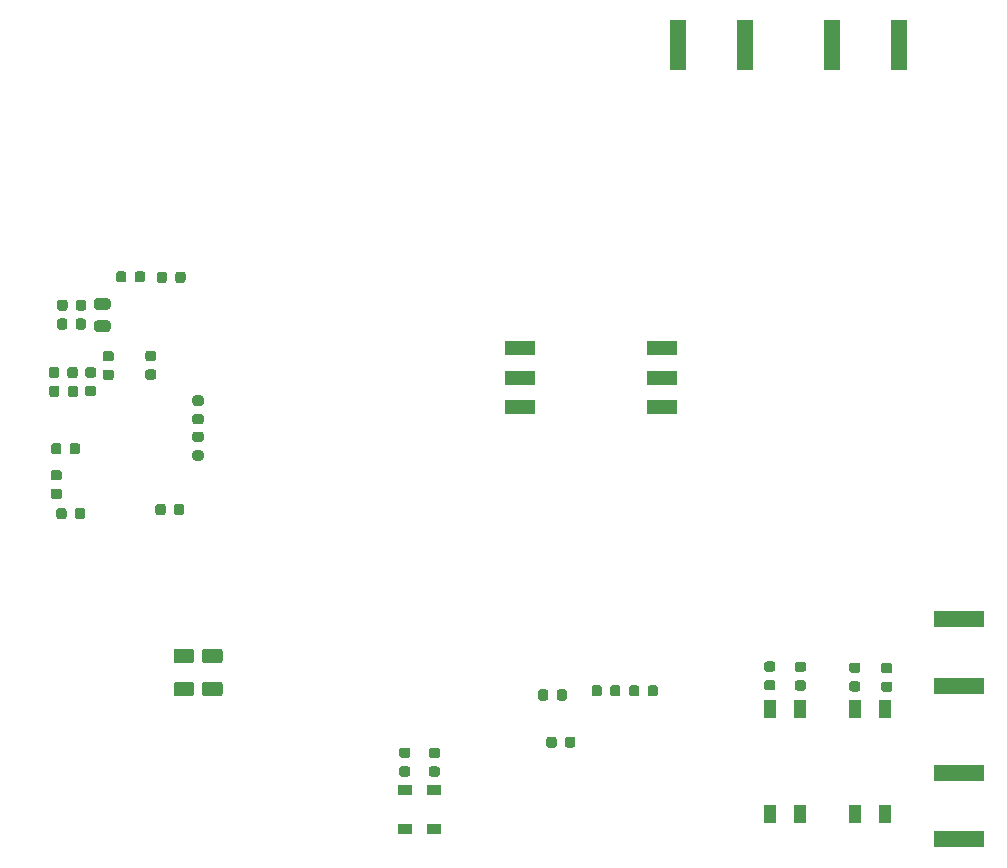
<source format=gbr>
%TF.GenerationSoftware,KiCad,Pcbnew,(5.1.6)-1*%
%TF.CreationDate,2021-04-01T20:33:04-06:00*%
%TF.ProjectId,radar_flight,72616461-725f-4666-9c69-6768742e6b69,rev?*%
%TF.SameCoordinates,Original*%
%TF.FileFunction,Paste,Bot*%
%TF.FilePolarity,Positive*%
%FSLAX46Y46*%
G04 Gerber Fmt 4.6, Leading zero omitted, Abs format (unit mm)*
G04 Created by KiCad (PCBNEW (5.1.6)-1) date 2021-04-01 20:33:04*
%MOMM*%
%LPD*%
G01*
G04 APERTURE LIST*
%ADD10R,1.200000X0.900000*%
%ADD11R,2.500000X1.250000*%
%ADD12R,1.100000X1.500000*%
%ADD13R,1.350000X4.200000*%
%ADD14R,4.200000X1.350000*%
G04 APERTURE END LIST*
%TO.C,C53*%
G36*
G01*
X121562500Y-154506250D02*
X121562500Y-153993750D01*
G75*
G02*
X121781250Y-153775000I218750J0D01*
G01*
X122218750Y-153775000D01*
G75*
G02*
X122437500Y-153993750I0J-218750D01*
G01*
X122437500Y-154506250D01*
G75*
G02*
X122218750Y-154725000I-218750J0D01*
G01*
X121781250Y-154725000D01*
G75*
G02*
X121562500Y-154506250I0J218750D01*
G01*
G37*
G36*
G01*
X119987500Y-154506250D02*
X119987500Y-153993750D01*
G75*
G02*
X120206250Y-153775000I218750J0D01*
G01*
X120643750Y-153775000D01*
G75*
G02*
X120862500Y-153993750I0J-218750D01*
G01*
X120862500Y-154506250D01*
G75*
G02*
X120643750Y-154725000I-218750J0D01*
G01*
X120206250Y-154725000D01*
G75*
G02*
X119987500Y-154506250I0J218750D01*
G01*
G37*
%TD*%
%TO.C,C49*%
G36*
G01*
X117687500Y-153993750D02*
X117687500Y-154506250D01*
G75*
G02*
X117468750Y-154725000I-218750J0D01*
G01*
X117031250Y-154725000D01*
G75*
G02*
X116812500Y-154506250I0J218750D01*
G01*
X116812500Y-153993750D01*
G75*
G02*
X117031250Y-153775000I218750J0D01*
G01*
X117468750Y-153775000D01*
G75*
G02*
X117687500Y-153993750I0J-218750D01*
G01*
G37*
G36*
G01*
X119262500Y-153993750D02*
X119262500Y-154506250D01*
G75*
G02*
X119043750Y-154725000I-218750J0D01*
G01*
X118606250Y-154725000D01*
G75*
G02*
X118387500Y-154506250I0J218750D01*
G01*
X118387500Y-153993750D01*
G75*
G02*
X118606250Y-153775000I218750J0D01*
G01*
X119043750Y-153775000D01*
G75*
G02*
X119262500Y-153993750I0J-218750D01*
G01*
G37*
%TD*%
D10*
%TO.C,D5*%
X101000000Y-162650000D03*
X101000000Y-165950000D03*
%TD*%
%TO.C,D4*%
X103500000Y-162650000D03*
X103500000Y-165950000D03*
%TD*%
D11*
%TO.C,SW9*%
X122750000Y-125250000D03*
X122750000Y-127750000D03*
X122750000Y-130250000D03*
%TD*%
%TO.C,SW6*%
X110750000Y-125250000D03*
X110750000Y-127750000D03*
X110750000Y-130250000D03*
%TD*%
D12*
%TO.C,SW5*%
X141670000Y-155750000D03*
X139130000Y-164650000D03*
X139130000Y-155750000D03*
X141670000Y-164650000D03*
%TD*%
%TO.C,SW3*%
X134470000Y-155750000D03*
X131930000Y-164650000D03*
X131930000Y-155750000D03*
X134470000Y-164650000D03*
%TD*%
%TO.C,R22*%
G36*
G01*
X101256250Y-159937500D02*
X100743750Y-159937500D01*
G75*
G02*
X100525000Y-159718750I0J218750D01*
G01*
X100525000Y-159281250D01*
G75*
G02*
X100743750Y-159062500I218750J0D01*
G01*
X101256250Y-159062500D01*
G75*
G02*
X101475000Y-159281250I0J-218750D01*
G01*
X101475000Y-159718750D01*
G75*
G02*
X101256250Y-159937500I-218750J0D01*
G01*
G37*
G36*
G01*
X101256250Y-161512500D02*
X100743750Y-161512500D01*
G75*
G02*
X100525000Y-161293750I0J218750D01*
G01*
X100525000Y-160856250D01*
G75*
G02*
X100743750Y-160637500I218750J0D01*
G01*
X101256250Y-160637500D01*
G75*
G02*
X101475000Y-160856250I0J-218750D01*
G01*
X101475000Y-161293750D01*
G75*
G02*
X101256250Y-161512500I-218750J0D01*
G01*
G37*
%TD*%
%TO.C,R21*%
G36*
G01*
X103756250Y-159950000D02*
X103243750Y-159950000D01*
G75*
G02*
X103025000Y-159731250I0J218750D01*
G01*
X103025000Y-159293750D01*
G75*
G02*
X103243750Y-159075000I218750J0D01*
G01*
X103756250Y-159075000D01*
G75*
G02*
X103975000Y-159293750I0J-218750D01*
G01*
X103975000Y-159731250D01*
G75*
G02*
X103756250Y-159950000I-218750J0D01*
G01*
G37*
G36*
G01*
X103756250Y-161525000D02*
X103243750Y-161525000D01*
G75*
G02*
X103025000Y-161306250I0J218750D01*
G01*
X103025000Y-160868750D01*
G75*
G02*
X103243750Y-160650000I218750J0D01*
G01*
X103756250Y-160650000D01*
G75*
G02*
X103975000Y-160868750I0J-218750D01*
G01*
X103975000Y-161306250D01*
G75*
G02*
X103756250Y-161525000I-218750J0D01*
G01*
G37*
%TD*%
%TO.C,R15*%
G36*
G01*
X138843750Y-153437500D02*
X139356250Y-153437500D01*
G75*
G02*
X139575000Y-153656250I0J-218750D01*
G01*
X139575000Y-154093750D01*
G75*
G02*
X139356250Y-154312500I-218750J0D01*
G01*
X138843750Y-154312500D01*
G75*
G02*
X138625000Y-154093750I0J218750D01*
G01*
X138625000Y-153656250D01*
G75*
G02*
X138843750Y-153437500I218750J0D01*
G01*
G37*
G36*
G01*
X138843750Y-151862500D02*
X139356250Y-151862500D01*
G75*
G02*
X139575000Y-152081250I0J-218750D01*
G01*
X139575000Y-152518750D01*
G75*
G02*
X139356250Y-152737500I-218750J0D01*
G01*
X138843750Y-152737500D01*
G75*
G02*
X138625000Y-152518750I0J218750D01*
G01*
X138625000Y-152081250D01*
G75*
G02*
X138843750Y-151862500I218750J0D01*
G01*
G37*
%TD*%
%TO.C,R14*%
G36*
G01*
X141543750Y-153462500D02*
X142056250Y-153462500D01*
G75*
G02*
X142275000Y-153681250I0J-218750D01*
G01*
X142275000Y-154118750D01*
G75*
G02*
X142056250Y-154337500I-218750J0D01*
G01*
X141543750Y-154337500D01*
G75*
G02*
X141325000Y-154118750I0J218750D01*
G01*
X141325000Y-153681250D01*
G75*
G02*
X141543750Y-153462500I218750J0D01*
G01*
G37*
G36*
G01*
X141543750Y-151887500D02*
X142056250Y-151887500D01*
G75*
G02*
X142275000Y-152106250I0J-218750D01*
G01*
X142275000Y-152543750D01*
G75*
G02*
X142056250Y-152762500I-218750J0D01*
G01*
X141543750Y-152762500D01*
G75*
G02*
X141325000Y-152543750I0J218750D01*
G01*
X141325000Y-152106250D01*
G75*
G02*
X141543750Y-151887500I218750J0D01*
G01*
G37*
%TD*%
%TO.C,R12*%
G36*
G01*
X131643750Y-153337500D02*
X132156250Y-153337500D01*
G75*
G02*
X132375000Y-153556250I0J-218750D01*
G01*
X132375000Y-153993750D01*
G75*
G02*
X132156250Y-154212500I-218750J0D01*
G01*
X131643750Y-154212500D01*
G75*
G02*
X131425000Y-153993750I0J218750D01*
G01*
X131425000Y-153556250D01*
G75*
G02*
X131643750Y-153337500I218750J0D01*
G01*
G37*
G36*
G01*
X131643750Y-151762500D02*
X132156250Y-151762500D01*
G75*
G02*
X132375000Y-151981250I0J-218750D01*
G01*
X132375000Y-152418750D01*
G75*
G02*
X132156250Y-152637500I-218750J0D01*
G01*
X131643750Y-152637500D01*
G75*
G02*
X131425000Y-152418750I0J218750D01*
G01*
X131425000Y-151981250D01*
G75*
G02*
X131643750Y-151762500I218750J0D01*
G01*
G37*
%TD*%
%TO.C,R11*%
G36*
G01*
X134243750Y-153350000D02*
X134756250Y-153350000D01*
G75*
G02*
X134975000Y-153568750I0J-218750D01*
G01*
X134975000Y-154006250D01*
G75*
G02*
X134756250Y-154225000I-218750J0D01*
G01*
X134243750Y-154225000D01*
G75*
G02*
X134025000Y-154006250I0J218750D01*
G01*
X134025000Y-153568750D01*
G75*
G02*
X134243750Y-153350000I218750J0D01*
G01*
G37*
G36*
G01*
X134243750Y-151775000D02*
X134756250Y-151775000D01*
G75*
G02*
X134975000Y-151993750I0J-218750D01*
G01*
X134975000Y-152431250D01*
G75*
G02*
X134756250Y-152650000I-218750J0D01*
G01*
X134243750Y-152650000D01*
G75*
G02*
X134025000Y-152431250I0J218750D01*
G01*
X134025000Y-151993750D01*
G75*
G02*
X134243750Y-151775000I218750J0D01*
G01*
G37*
%TD*%
%TO.C,R5*%
G36*
G01*
X78137500Y-119456250D02*
X78137500Y-118943750D01*
G75*
G02*
X78356250Y-118725000I218750J0D01*
G01*
X78793750Y-118725000D01*
G75*
G02*
X79012500Y-118943750I0J-218750D01*
G01*
X79012500Y-119456250D01*
G75*
G02*
X78793750Y-119675000I-218750J0D01*
G01*
X78356250Y-119675000D01*
G75*
G02*
X78137500Y-119456250I0J218750D01*
G01*
G37*
G36*
G01*
X76562500Y-119456250D02*
X76562500Y-118943750D01*
G75*
G02*
X76781250Y-118725000I218750J0D01*
G01*
X77218750Y-118725000D01*
G75*
G02*
X77437500Y-118943750I0J-218750D01*
G01*
X77437500Y-119456250D01*
G75*
G02*
X77218750Y-119675000I-218750J0D01*
G01*
X76781250Y-119675000D01*
G75*
G02*
X76562500Y-119456250I0J218750D01*
G01*
G37*
%TD*%
%TO.C,R4*%
G36*
G01*
X81562500Y-119506250D02*
X81562500Y-118993750D01*
G75*
G02*
X81781250Y-118775000I218750J0D01*
G01*
X82218750Y-118775000D01*
G75*
G02*
X82437500Y-118993750I0J-218750D01*
G01*
X82437500Y-119506250D01*
G75*
G02*
X82218750Y-119725000I-218750J0D01*
G01*
X81781250Y-119725000D01*
G75*
G02*
X81562500Y-119506250I0J218750D01*
G01*
G37*
G36*
G01*
X79987500Y-119506250D02*
X79987500Y-118993750D01*
G75*
G02*
X80206250Y-118775000I218750J0D01*
G01*
X80643750Y-118775000D01*
G75*
G02*
X80862500Y-118993750I0J-218750D01*
G01*
X80862500Y-119506250D01*
G75*
G02*
X80643750Y-119725000I-218750J0D01*
G01*
X80206250Y-119725000D01*
G75*
G02*
X79987500Y-119506250I0J218750D01*
G01*
G37*
%TD*%
%TO.C,R2*%
G36*
G01*
X79756250Y-126337500D02*
X79243750Y-126337500D01*
G75*
G02*
X79025000Y-126118750I0J218750D01*
G01*
X79025000Y-125681250D01*
G75*
G02*
X79243750Y-125462500I218750J0D01*
G01*
X79756250Y-125462500D01*
G75*
G02*
X79975000Y-125681250I0J-218750D01*
G01*
X79975000Y-126118750D01*
G75*
G02*
X79756250Y-126337500I-218750J0D01*
G01*
G37*
G36*
G01*
X79756250Y-127912500D02*
X79243750Y-127912500D01*
G75*
G02*
X79025000Y-127693750I0J218750D01*
G01*
X79025000Y-127256250D01*
G75*
G02*
X79243750Y-127037500I218750J0D01*
G01*
X79756250Y-127037500D01*
G75*
G02*
X79975000Y-127256250I0J-218750D01*
G01*
X79975000Y-127693750D01*
G75*
G02*
X79756250Y-127912500I-218750J0D01*
G01*
G37*
%TD*%
%TO.C,R1*%
G36*
G01*
X72462500Y-129156250D02*
X72462500Y-128643750D01*
G75*
G02*
X72681250Y-128425000I218750J0D01*
G01*
X73118750Y-128425000D01*
G75*
G02*
X73337500Y-128643750I0J-218750D01*
G01*
X73337500Y-129156250D01*
G75*
G02*
X73118750Y-129375000I-218750J0D01*
G01*
X72681250Y-129375000D01*
G75*
G02*
X72462500Y-129156250I0J218750D01*
G01*
G37*
G36*
G01*
X70887500Y-129156250D02*
X70887500Y-128643750D01*
G75*
G02*
X71106250Y-128425000I218750J0D01*
G01*
X71543750Y-128425000D01*
G75*
G02*
X71762500Y-128643750I0J-218750D01*
G01*
X71762500Y-129156250D01*
G75*
G02*
X71543750Y-129375000I-218750J0D01*
G01*
X71106250Y-129375000D01*
G75*
G02*
X70887500Y-129156250I0J218750D01*
G01*
G37*
%TD*%
D13*
%TO.C,J6*%
X137175000Y-99600000D03*
X142825000Y-99600000D03*
%TD*%
D14*
%TO.C,J5*%
X147900000Y-161175000D03*
X147900000Y-166825000D03*
%TD*%
D13*
%TO.C,J4*%
X124175000Y-99600000D03*
X129825000Y-99600000D03*
%TD*%
D14*
%TO.C,J3*%
X147900000Y-148175000D03*
X147900000Y-153825000D03*
%TD*%
%TO.C,FB2*%
G36*
G01*
X75856250Y-121987500D02*
X74943750Y-121987500D01*
G75*
G02*
X74700000Y-121743750I0J243750D01*
G01*
X74700000Y-121256250D01*
G75*
G02*
X74943750Y-121012500I243750J0D01*
G01*
X75856250Y-121012500D01*
G75*
G02*
X76100000Y-121256250I0J-243750D01*
G01*
X76100000Y-121743750D01*
G75*
G02*
X75856250Y-121987500I-243750J0D01*
G01*
G37*
G36*
G01*
X75856250Y-123862500D02*
X74943750Y-123862500D01*
G75*
G02*
X74700000Y-123618750I0J243750D01*
G01*
X74700000Y-123131250D01*
G75*
G02*
X74943750Y-122887500I243750J0D01*
G01*
X75856250Y-122887500D01*
G75*
G02*
X76100000Y-123131250I0J-243750D01*
G01*
X76100000Y-123618750D01*
G75*
G02*
X75856250Y-123862500I-243750J0D01*
G01*
G37*
%TD*%
%TO.C,C35*%
G36*
G01*
X113862500Y-158343750D02*
X113862500Y-158856250D01*
G75*
G02*
X113643750Y-159075000I-218750J0D01*
G01*
X113206250Y-159075000D01*
G75*
G02*
X112987500Y-158856250I0J218750D01*
G01*
X112987500Y-158343750D01*
G75*
G02*
X113206250Y-158125000I218750J0D01*
G01*
X113643750Y-158125000D01*
G75*
G02*
X113862500Y-158343750I0J-218750D01*
G01*
G37*
G36*
G01*
X115437500Y-158343750D02*
X115437500Y-158856250D01*
G75*
G02*
X115218750Y-159075000I-218750J0D01*
G01*
X114781250Y-159075000D01*
G75*
G02*
X114562500Y-158856250I0J218750D01*
G01*
X114562500Y-158343750D01*
G75*
G02*
X114781250Y-158125000I218750J0D01*
G01*
X115218750Y-158125000D01*
G75*
G02*
X115437500Y-158343750I0J-218750D01*
G01*
G37*
%TD*%
%TO.C,C29*%
G36*
G01*
X85325000Y-151925000D02*
X84075000Y-151925000D01*
G75*
G02*
X83825000Y-151675000I0J250000D01*
G01*
X83825000Y-150925000D01*
G75*
G02*
X84075000Y-150675000I250000J0D01*
G01*
X85325000Y-150675000D01*
G75*
G02*
X85575000Y-150925000I0J-250000D01*
G01*
X85575000Y-151675000D01*
G75*
G02*
X85325000Y-151925000I-250000J0D01*
G01*
G37*
G36*
G01*
X85325000Y-154725000D02*
X84075000Y-154725000D01*
G75*
G02*
X83825000Y-154475000I0J250000D01*
G01*
X83825000Y-153725000D01*
G75*
G02*
X84075000Y-153475000I250000J0D01*
G01*
X85325000Y-153475000D01*
G75*
G02*
X85575000Y-153725000I0J-250000D01*
G01*
X85575000Y-154475000D01*
G75*
G02*
X85325000Y-154725000I-250000J0D01*
G01*
G37*
%TD*%
%TO.C,C27*%
G36*
G01*
X82925000Y-151925000D02*
X81675000Y-151925000D01*
G75*
G02*
X81425000Y-151675000I0J250000D01*
G01*
X81425000Y-150925000D01*
G75*
G02*
X81675000Y-150675000I250000J0D01*
G01*
X82925000Y-150675000D01*
G75*
G02*
X83175000Y-150925000I0J-250000D01*
G01*
X83175000Y-151675000D01*
G75*
G02*
X82925000Y-151925000I-250000J0D01*
G01*
G37*
G36*
G01*
X82925000Y-154725000D02*
X81675000Y-154725000D01*
G75*
G02*
X81425000Y-154475000I0J250000D01*
G01*
X81425000Y-153725000D01*
G75*
G02*
X81675000Y-153475000I250000J0D01*
G01*
X82925000Y-153475000D01*
G75*
G02*
X83175000Y-153725000I0J-250000D01*
G01*
X83175000Y-154475000D01*
G75*
G02*
X82925000Y-154725000I-250000J0D01*
G01*
G37*
%TD*%
%TO.C,C17*%
G36*
G01*
X83756250Y-130112500D02*
X83243750Y-130112500D01*
G75*
G02*
X83025000Y-129893750I0J218750D01*
G01*
X83025000Y-129456250D01*
G75*
G02*
X83243750Y-129237500I218750J0D01*
G01*
X83756250Y-129237500D01*
G75*
G02*
X83975000Y-129456250I0J-218750D01*
G01*
X83975000Y-129893750D01*
G75*
G02*
X83756250Y-130112500I-218750J0D01*
G01*
G37*
G36*
G01*
X83756250Y-131687500D02*
X83243750Y-131687500D01*
G75*
G02*
X83025000Y-131468750I0J218750D01*
G01*
X83025000Y-131031250D01*
G75*
G02*
X83243750Y-130812500I218750J0D01*
G01*
X83756250Y-130812500D01*
G75*
G02*
X83975000Y-131031250I0J-218750D01*
G01*
X83975000Y-131468750D01*
G75*
G02*
X83756250Y-131687500I-218750J0D01*
G01*
G37*
%TD*%
%TO.C,C15*%
G36*
G01*
X71937500Y-133493750D02*
X71937500Y-134006250D01*
G75*
G02*
X71718750Y-134225000I-218750J0D01*
G01*
X71281250Y-134225000D01*
G75*
G02*
X71062500Y-134006250I0J218750D01*
G01*
X71062500Y-133493750D01*
G75*
G02*
X71281250Y-133275000I218750J0D01*
G01*
X71718750Y-133275000D01*
G75*
G02*
X71937500Y-133493750I0J-218750D01*
G01*
G37*
G36*
G01*
X73512500Y-133493750D02*
X73512500Y-134006250D01*
G75*
G02*
X73293750Y-134225000I-218750J0D01*
G01*
X72856250Y-134225000D01*
G75*
G02*
X72637500Y-134006250I0J218750D01*
G01*
X72637500Y-133493750D01*
G75*
G02*
X72856250Y-133275000I218750J0D01*
G01*
X73293750Y-133275000D01*
G75*
G02*
X73512500Y-133493750I0J-218750D01*
G01*
G37*
%TD*%
%TO.C,C14*%
G36*
G01*
X71756250Y-136437500D02*
X71243750Y-136437500D01*
G75*
G02*
X71025000Y-136218750I0J218750D01*
G01*
X71025000Y-135781250D01*
G75*
G02*
X71243750Y-135562500I218750J0D01*
G01*
X71756250Y-135562500D01*
G75*
G02*
X71975000Y-135781250I0J-218750D01*
G01*
X71975000Y-136218750D01*
G75*
G02*
X71756250Y-136437500I-218750J0D01*
G01*
G37*
G36*
G01*
X71756250Y-138012500D02*
X71243750Y-138012500D01*
G75*
G02*
X71025000Y-137793750I0J218750D01*
G01*
X71025000Y-137356250D01*
G75*
G02*
X71243750Y-137137500I218750J0D01*
G01*
X71756250Y-137137500D01*
G75*
G02*
X71975000Y-137356250I0J-218750D01*
G01*
X71975000Y-137793750D01*
G75*
G02*
X71756250Y-138012500I-218750J0D01*
G01*
G37*
%TD*%
%TO.C,C13*%
G36*
G01*
X72362500Y-138993750D02*
X72362500Y-139506250D01*
G75*
G02*
X72143750Y-139725000I-218750J0D01*
G01*
X71706250Y-139725000D01*
G75*
G02*
X71487500Y-139506250I0J218750D01*
G01*
X71487500Y-138993750D01*
G75*
G02*
X71706250Y-138775000I218750J0D01*
G01*
X72143750Y-138775000D01*
G75*
G02*
X72362500Y-138993750I0J-218750D01*
G01*
G37*
G36*
G01*
X73937500Y-138993750D02*
X73937500Y-139506250D01*
G75*
G02*
X73718750Y-139725000I-218750J0D01*
G01*
X73281250Y-139725000D01*
G75*
G02*
X73062500Y-139506250I0J218750D01*
G01*
X73062500Y-138993750D01*
G75*
G02*
X73281250Y-138775000I218750J0D01*
G01*
X73718750Y-138775000D01*
G75*
G02*
X73937500Y-138993750I0J-218750D01*
G01*
G37*
%TD*%
%TO.C,C12*%
G36*
G01*
X113862500Y-154856250D02*
X113862500Y-154343750D01*
G75*
G02*
X114081250Y-154125000I218750J0D01*
G01*
X114518750Y-154125000D01*
G75*
G02*
X114737500Y-154343750I0J-218750D01*
G01*
X114737500Y-154856250D01*
G75*
G02*
X114518750Y-155075000I-218750J0D01*
G01*
X114081250Y-155075000D01*
G75*
G02*
X113862500Y-154856250I0J218750D01*
G01*
G37*
G36*
G01*
X112287500Y-154856250D02*
X112287500Y-154343750D01*
G75*
G02*
X112506250Y-154125000I218750J0D01*
G01*
X112943750Y-154125000D01*
G75*
G02*
X113162500Y-154343750I0J-218750D01*
G01*
X113162500Y-154856250D01*
G75*
G02*
X112943750Y-155075000I-218750J0D01*
G01*
X112506250Y-155075000D01*
G75*
G02*
X112287500Y-154856250I0J218750D01*
G01*
G37*
%TD*%
%TO.C,C11*%
G36*
G01*
X72437500Y-122943750D02*
X72437500Y-123456250D01*
G75*
G02*
X72218750Y-123675000I-218750J0D01*
G01*
X71781250Y-123675000D01*
G75*
G02*
X71562500Y-123456250I0J218750D01*
G01*
X71562500Y-122943750D01*
G75*
G02*
X71781250Y-122725000I218750J0D01*
G01*
X72218750Y-122725000D01*
G75*
G02*
X72437500Y-122943750I0J-218750D01*
G01*
G37*
G36*
G01*
X74012500Y-122943750D02*
X74012500Y-123456250D01*
G75*
G02*
X73793750Y-123675000I-218750J0D01*
G01*
X73356250Y-123675000D01*
G75*
G02*
X73137500Y-123456250I0J218750D01*
G01*
X73137500Y-122943750D01*
G75*
G02*
X73356250Y-122725000I218750J0D01*
G01*
X73793750Y-122725000D01*
G75*
G02*
X74012500Y-122943750I0J-218750D01*
G01*
G37*
%TD*%
%TO.C,C10*%
G36*
G01*
X80762500Y-138643750D02*
X80762500Y-139156250D01*
G75*
G02*
X80543750Y-139375000I-218750J0D01*
G01*
X80106250Y-139375000D01*
G75*
G02*
X79887500Y-139156250I0J218750D01*
G01*
X79887500Y-138643750D01*
G75*
G02*
X80106250Y-138425000I218750J0D01*
G01*
X80543750Y-138425000D01*
G75*
G02*
X80762500Y-138643750I0J-218750D01*
G01*
G37*
G36*
G01*
X82337500Y-138643750D02*
X82337500Y-139156250D01*
G75*
G02*
X82118750Y-139375000I-218750J0D01*
G01*
X81681250Y-139375000D01*
G75*
G02*
X81462500Y-139156250I0J218750D01*
G01*
X81462500Y-138643750D01*
G75*
G02*
X81681250Y-138425000I218750J0D01*
G01*
X82118750Y-138425000D01*
G75*
G02*
X82337500Y-138643750I0J-218750D01*
G01*
G37*
%TD*%
%TO.C,C9*%
G36*
G01*
X83756250Y-133187500D02*
X83243750Y-133187500D01*
G75*
G02*
X83025000Y-132968750I0J218750D01*
G01*
X83025000Y-132531250D01*
G75*
G02*
X83243750Y-132312500I218750J0D01*
G01*
X83756250Y-132312500D01*
G75*
G02*
X83975000Y-132531250I0J-218750D01*
G01*
X83975000Y-132968750D01*
G75*
G02*
X83756250Y-133187500I-218750J0D01*
G01*
G37*
G36*
G01*
X83756250Y-134762500D02*
X83243750Y-134762500D01*
G75*
G02*
X83025000Y-134543750I0J218750D01*
G01*
X83025000Y-134106250D01*
G75*
G02*
X83243750Y-133887500I218750J0D01*
G01*
X83756250Y-133887500D01*
G75*
G02*
X83975000Y-134106250I0J-218750D01*
G01*
X83975000Y-134543750D01*
G75*
G02*
X83756250Y-134762500I-218750J0D01*
G01*
G37*
%TD*%
%TO.C,C8*%
G36*
G01*
X73150000Y-121856250D02*
X73150000Y-121343750D01*
G75*
G02*
X73368750Y-121125000I218750J0D01*
G01*
X73806250Y-121125000D01*
G75*
G02*
X74025000Y-121343750I0J-218750D01*
G01*
X74025000Y-121856250D01*
G75*
G02*
X73806250Y-122075000I-218750J0D01*
G01*
X73368750Y-122075000D01*
G75*
G02*
X73150000Y-121856250I0J218750D01*
G01*
G37*
G36*
G01*
X71575000Y-121856250D02*
X71575000Y-121343750D01*
G75*
G02*
X71793750Y-121125000I218750J0D01*
G01*
X72231250Y-121125000D01*
G75*
G02*
X72450000Y-121343750I0J-218750D01*
G01*
X72450000Y-121856250D01*
G75*
G02*
X72231250Y-122075000I-218750J0D01*
G01*
X71793750Y-122075000D01*
G75*
G02*
X71575000Y-121856250I0J218750D01*
G01*
G37*
%TD*%
%TO.C,C5*%
G36*
G01*
X75643750Y-127062500D02*
X76156250Y-127062500D01*
G75*
G02*
X76375000Y-127281250I0J-218750D01*
G01*
X76375000Y-127718750D01*
G75*
G02*
X76156250Y-127937500I-218750J0D01*
G01*
X75643750Y-127937500D01*
G75*
G02*
X75425000Y-127718750I0J218750D01*
G01*
X75425000Y-127281250D01*
G75*
G02*
X75643750Y-127062500I218750J0D01*
G01*
G37*
G36*
G01*
X75643750Y-125487500D02*
X76156250Y-125487500D01*
G75*
G02*
X76375000Y-125706250I0J-218750D01*
G01*
X76375000Y-126143750D01*
G75*
G02*
X76156250Y-126362500I-218750J0D01*
G01*
X75643750Y-126362500D01*
G75*
G02*
X75425000Y-126143750I0J218750D01*
G01*
X75425000Y-125706250D01*
G75*
G02*
X75643750Y-125487500I218750J0D01*
G01*
G37*
%TD*%
%TO.C,C4*%
G36*
G01*
X72437500Y-127556250D02*
X72437500Y-127043750D01*
G75*
G02*
X72656250Y-126825000I218750J0D01*
G01*
X73093750Y-126825000D01*
G75*
G02*
X73312500Y-127043750I0J-218750D01*
G01*
X73312500Y-127556250D01*
G75*
G02*
X73093750Y-127775000I-218750J0D01*
G01*
X72656250Y-127775000D01*
G75*
G02*
X72437500Y-127556250I0J218750D01*
G01*
G37*
G36*
G01*
X70862500Y-127556250D02*
X70862500Y-127043750D01*
G75*
G02*
X71081250Y-126825000I218750J0D01*
G01*
X71518750Y-126825000D01*
G75*
G02*
X71737500Y-127043750I0J-218750D01*
G01*
X71737500Y-127556250D01*
G75*
G02*
X71518750Y-127775000I-218750J0D01*
G01*
X71081250Y-127775000D01*
G75*
G02*
X70862500Y-127556250I0J218750D01*
G01*
G37*
%TD*%
%TO.C,C3*%
G36*
G01*
X74656250Y-127737500D02*
X74143750Y-127737500D01*
G75*
G02*
X73925000Y-127518750I0J218750D01*
G01*
X73925000Y-127081250D01*
G75*
G02*
X74143750Y-126862500I218750J0D01*
G01*
X74656250Y-126862500D01*
G75*
G02*
X74875000Y-127081250I0J-218750D01*
G01*
X74875000Y-127518750D01*
G75*
G02*
X74656250Y-127737500I-218750J0D01*
G01*
G37*
G36*
G01*
X74656250Y-129312500D02*
X74143750Y-129312500D01*
G75*
G02*
X73925000Y-129093750I0J218750D01*
G01*
X73925000Y-128656250D01*
G75*
G02*
X74143750Y-128437500I218750J0D01*
G01*
X74656250Y-128437500D01*
G75*
G02*
X74875000Y-128656250I0J-218750D01*
G01*
X74875000Y-129093750D01*
G75*
G02*
X74656250Y-129312500I-218750J0D01*
G01*
G37*
%TD*%
M02*

</source>
